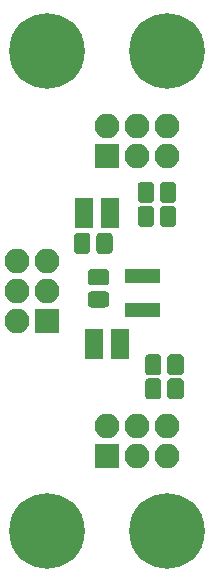
<source format=gbr>
G04 #@! TF.GenerationSoftware,KiCad,Pcbnew,(6.0.0-rc1-dev-205-gc0615c5ef)*
G04 #@! TF.CreationDate,2019-09-04T07:50:23+02:00*
G04 #@! TF.ProjectId,TPS65133_2,54505336353133335F322E6B69636164,v01*
G04 #@! TF.SameCoordinates,Original*
G04 #@! TF.FileFunction,Soldermask,Top*
G04 #@! TF.FilePolarity,Negative*
%FSLAX46Y46*%
G04 Gerber Fmt 4.6, Leading zero omitted, Abs format (unit mm)*
G04 Created by KiCad (PCBNEW (6.0.0-rc1-dev-205-gc0615c5ef)) date 09/04/19 07:50:23*
%MOMM*%
%LPD*%
G01*
G04 APERTURE LIST*
%ADD10R,1.650000X2.600000*%
%ADD11R,0.650000X1.250000*%
%ADD12C,0.100000*%
%ADD13C,1.375000*%
%ADD14C,6.400000*%
%ADD15R,2.100000X2.100000*%
%ADD16O,2.100000X2.100000*%
G04 APERTURE END LIST*
D10*
G04 #@! TO.C,L1*
X117869821Y-88268848D03*
X115669821Y-88268848D03*
G04 #@! TD*
G04 #@! TO.C,L2*
X117094000Y-77216000D03*
X114894000Y-77216000D03*
G04 #@! TD*
D11*
G04 #@! TO.C,IC1*
X118692821Y-82500848D03*
X119142821Y-82500848D03*
X119592821Y-82500848D03*
X120042821Y-82500848D03*
X120492821Y-82500848D03*
X120942821Y-82500848D03*
X120942821Y-85400848D03*
X120492821Y-85400848D03*
X120042821Y-85400848D03*
X119592821Y-85400848D03*
X119142821Y-85400848D03*
X118692821Y-85400848D03*
G04 #@! TD*
D12*
G04 #@! TO.C,C1*
G36*
X115088443Y-78857655D02*
X115121812Y-78862605D01*
X115154535Y-78870802D01*
X115186297Y-78882166D01*
X115216793Y-78896590D01*
X115245727Y-78913932D01*
X115272823Y-78934028D01*
X115297818Y-78956682D01*
X115320472Y-78981677D01*
X115340568Y-79008773D01*
X115357910Y-79037707D01*
X115372334Y-79068203D01*
X115383698Y-79099965D01*
X115391895Y-79132688D01*
X115396845Y-79166057D01*
X115398500Y-79199750D01*
X115398500Y-80312250D01*
X115396845Y-80345943D01*
X115391895Y-80379312D01*
X115383698Y-80412035D01*
X115372334Y-80443797D01*
X115357910Y-80474293D01*
X115340568Y-80503227D01*
X115320472Y-80530323D01*
X115297818Y-80555318D01*
X115272823Y-80577972D01*
X115245727Y-80598068D01*
X115216793Y-80615410D01*
X115186297Y-80629834D01*
X115154535Y-80641198D01*
X115121812Y-80649395D01*
X115088443Y-80654345D01*
X115054750Y-80656000D01*
X114367250Y-80656000D01*
X114333557Y-80654345D01*
X114300188Y-80649395D01*
X114267465Y-80641198D01*
X114235703Y-80629834D01*
X114205207Y-80615410D01*
X114176273Y-80598068D01*
X114149177Y-80577972D01*
X114124182Y-80555318D01*
X114101528Y-80530323D01*
X114081432Y-80503227D01*
X114064090Y-80474293D01*
X114049666Y-80443797D01*
X114038302Y-80412035D01*
X114030105Y-80379312D01*
X114025155Y-80345943D01*
X114023500Y-80312250D01*
X114023500Y-79199750D01*
X114025155Y-79166057D01*
X114030105Y-79132688D01*
X114038302Y-79099965D01*
X114049666Y-79068203D01*
X114064090Y-79037707D01*
X114081432Y-79008773D01*
X114101528Y-78981677D01*
X114124182Y-78956682D01*
X114149177Y-78934028D01*
X114176273Y-78913932D01*
X114205207Y-78896590D01*
X114235703Y-78882166D01*
X114267465Y-78870802D01*
X114300188Y-78862605D01*
X114333557Y-78857655D01*
X114367250Y-78856000D01*
X115054750Y-78856000D01*
X115088443Y-78857655D01*
X115088443Y-78857655D01*
G37*
D13*
X114711000Y-79756000D03*
D12*
G36*
X116963443Y-78857655D02*
X116996812Y-78862605D01*
X117029535Y-78870802D01*
X117061297Y-78882166D01*
X117091793Y-78896590D01*
X117120727Y-78913932D01*
X117147823Y-78934028D01*
X117172818Y-78956682D01*
X117195472Y-78981677D01*
X117215568Y-79008773D01*
X117232910Y-79037707D01*
X117247334Y-79068203D01*
X117258698Y-79099965D01*
X117266895Y-79132688D01*
X117271845Y-79166057D01*
X117273500Y-79199750D01*
X117273500Y-80312250D01*
X117271845Y-80345943D01*
X117266895Y-80379312D01*
X117258698Y-80412035D01*
X117247334Y-80443797D01*
X117232910Y-80474293D01*
X117215568Y-80503227D01*
X117195472Y-80530323D01*
X117172818Y-80555318D01*
X117147823Y-80577972D01*
X117120727Y-80598068D01*
X117091793Y-80615410D01*
X117061297Y-80629834D01*
X117029535Y-80641198D01*
X116996812Y-80649395D01*
X116963443Y-80654345D01*
X116929750Y-80656000D01*
X116242250Y-80656000D01*
X116208557Y-80654345D01*
X116175188Y-80649395D01*
X116142465Y-80641198D01*
X116110703Y-80629834D01*
X116080207Y-80615410D01*
X116051273Y-80598068D01*
X116024177Y-80577972D01*
X115999182Y-80555318D01*
X115976528Y-80530323D01*
X115956432Y-80503227D01*
X115939090Y-80474293D01*
X115924666Y-80443797D01*
X115913302Y-80412035D01*
X115905105Y-80379312D01*
X115900155Y-80345943D01*
X115898500Y-80312250D01*
X115898500Y-79199750D01*
X115900155Y-79166057D01*
X115905105Y-79132688D01*
X115913302Y-79099965D01*
X115924666Y-79068203D01*
X115939090Y-79037707D01*
X115956432Y-79008773D01*
X115976528Y-78981677D01*
X115999182Y-78956682D01*
X116024177Y-78934028D01*
X116051273Y-78913932D01*
X116080207Y-78896590D01*
X116110703Y-78882166D01*
X116142465Y-78870802D01*
X116175188Y-78862605D01*
X116208557Y-78857655D01*
X116242250Y-78856000D01*
X116929750Y-78856000D01*
X116963443Y-78857655D01*
X116963443Y-78857655D01*
G37*
D13*
X116586000Y-79756000D03*
G04 #@! TD*
D12*
G04 #@! TO.C,C2*
G36*
X121105943Y-91176655D02*
X121139312Y-91181605D01*
X121172035Y-91189802D01*
X121203797Y-91201166D01*
X121234293Y-91215590D01*
X121263227Y-91232932D01*
X121290323Y-91253028D01*
X121315318Y-91275682D01*
X121337972Y-91300677D01*
X121358068Y-91327773D01*
X121375410Y-91356707D01*
X121389834Y-91387203D01*
X121401198Y-91418965D01*
X121409395Y-91451688D01*
X121414345Y-91485057D01*
X121416000Y-91518750D01*
X121416000Y-92631250D01*
X121414345Y-92664943D01*
X121409395Y-92698312D01*
X121401198Y-92731035D01*
X121389834Y-92762797D01*
X121375410Y-92793293D01*
X121358068Y-92822227D01*
X121337972Y-92849323D01*
X121315318Y-92874318D01*
X121290323Y-92896972D01*
X121263227Y-92917068D01*
X121234293Y-92934410D01*
X121203797Y-92948834D01*
X121172035Y-92960198D01*
X121139312Y-92968395D01*
X121105943Y-92973345D01*
X121072250Y-92975000D01*
X120384750Y-92975000D01*
X120351057Y-92973345D01*
X120317688Y-92968395D01*
X120284965Y-92960198D01*
X120253203Y-92948834D01*
X120222707Y-92934410D01*
X120193773Y-92917068D01*
X120166677Y-92896972D01*
X120141682Y-92874318D01*
X120119028Y-92849323D01*
X120098932Y-92822227D01*
X120081590Y-92793293D01*
X120067166Y-92762797D01*
X120055802Y-92731035D01*
X120047605Y-92698312D01*
X120042655Y-92664943D01*
X120041000Y-92631250D01*
X120041000Y-91518750D01*
X120042655Y-91485057D01*
X120047605Y-91451688D01*
X120055802Y-91418965D01*
X120067166Y-91387203D01*
X120081590Y-91356707D01*
X120098932Y-91327773D01*
X120119028Y-91300677D01*
X120141682Y-91275682D01*
X120166677Y-91253028D01*
X120193773Y-91232932D01*
X120222707Y-91215590D01*
X120253203Y-91201166D01*
X120284965Y-91189802D01*
X120317688Y-91181605D01*
X120351057Y-91176655D01*
X120384750Y-91175000D01*
X121072250Y-91175000D01*
X121105943Y-91176655D01*
X121105943Y-91176655D01*
G37*
D13*
X120728500Y-92075000D03*
D12*
G36*
X122980943Y-91176655D02*
X123014312Y-91181605D01*
X123047035Y-91189802D01*
X123078797Y-91201166D01*
X123109293Y-91215590D01*
X123138227Y-91232932D01*
X123165323Y-91253028D01*
X123190318Y-91275682D01*
X123212972Y-91300677D01*
X123233068Y-91327773D01*
X123250410Y-91356707D01*
X123264834Y-91387203D01*
X123276198Y-91418965D01*
X123284395Y-91451688D01*
X123289345Y-91485057D01*
X123291000Y-91518750D01*
X123291000Y-92631250D01*
X123289345Y-92664943D01*
X123284395Y-92698312D01*
X123276198Y-92731035D01*
X123264834Y-92762797D01*
X123250410Y-92793293D01*
X123233068Y-92822227D01*
X123212972Y-92849323D01*
X123190318Y-92874318D01*
X123165323Y-92896972D01*
X123138227Y-92917068D01*
X123109293Y-92934410D01*
X123078797Y-92948834D01*
X123047035Y-92960198D01*
X123014312Y-92968395D01*
X122980943Y-92973345D01*
X122947250Y-92975000D01*
X122259750Y-92975000D01*
X122226057Y-92973345D01*
X122192688Y-92968395D01*
X122159965Y-92960198D01*
X122128203Y-92948834D01*
X122097707Y-92934410D01*
X122068773Y-92917068D01*
X122041677Y-92896972D01*
X122016682Y-92874318D01*
X121994028Y-92849323D01*
X121973932Y-92822227D01*
X121956590Y-92793293D01*
X121942166Y-92762797D01*
X121930802Y-92731035D01*
X121922605Y-92698312D01*
X121917655Y-92664943D01*
X121916000Y-92631250D01*
X121916000Y-91518750D01*
X121917655Y-91485057D01*
X121922605Y-91451688D01*
X121930802Y-91418965D01*
X121942166Y-91387203D01*
X121956590Y-91356707D01*
X121973932Y-91327773D01*
X121994028Y-91300677D01*
X122016682Y-91275682D01*
X122041677Y-91253028D01*
X122068773Y-91232932D01*
X122097707Y-91215590D01*
X122128203Y-91201166D01*
X122159965Y-91189802D01*
X122192688Y-91181605D01*
X122226057Y-91176655D01*
X122259750Y-91175000D01*
X122947250Y-91175000D01*
X122980943Y-91176655D01*
X122980943Y-91176655D01*
G37*
D13*
X122603500Y-92075000D03*
G04 #@! TD*
D12*
G04 #@! TO.C,C3*
G36*
X116667943Y-81942655D02*
X116701312Y-81947605D01*
X116734035Y-81955802D01*
X116765797Y-81967166D01*
X116796293Y-81981590D01*
X116825227Y-81998932D01*
X116852323Y-82019028D01*
X116877318Y-82041682D01*
X116899972Y-82066677D01*
X116920068Y-82093773D01*
X116937410Y-82122707D01*
X116951834Y-82153203D01*
X116963198Y-82184965D01*
X116971395Y-82217688D01*
X116976345Y-82251057D01*
X116978000Y-82284750D01*
X116978000Y-82972250D01*
X116976345Y-83005943D01*
X116971395Y-83039312D01*
X116963198Y-83072035D01*
X116951834Y-83103797D01*
X116937410Y-83134293D01*
X116920068Y-83163227D01*
X116899972Y-83190323D01*
X116877318Y-83215318D01*
X116852323Y-83237972D01*
X116825227Y-83258068D01*
X116796293Y-83275410D01*
X116765797Y-83289834D01*
X116734035Y-83301198D01*
X116701312Y-83309395D01*
X116667943Y-83314345D01*
X116634250Y-83316000D01*
X115521750Y-83316000D01*
X115488057Y-83314345D01*
X115454688Y-83309395D01*
X115421965Y-83301198D01*
X115390203Y-83289834D01*
X115359707Y-83275410D01*
X115330773Y-83258068D01*
X115303677Y-83237972D01*
X115278682Y-83215318D01*
X115256028Y-83190323D01*
X115235932Y-83163227D01*
X115218590Y-83134293D01*
X115204166Y-83103797D01*
X115192802Y-83072035D01*
X115184605Y-83039312D01*
X115179655Y-83005943D01*
X115178000Y-82972250D01*
X115178000Y-82284750D01*
X115179655Y-82251057D01*
X115184605Y-82217688D01*
X115192802Y-82184965D01*
X115204166Y-82153203D01*
X115218590Y-82122707D01*
X115235932Y-82093773D01*
X115256028Y-82066677D01*
X115278682Y-82041682D01*
X115303677Y-82019028D01*
X115330773Y-81998932D01*
X115359707Y-81981590D01*
X115390203Y-81967166D01*
X115421965Y-81955802D01*
X115454688Y-81947605D01*
X115488057Y-81942655D01*
X115521750Y-81941000D01*
X116634250Y-81941000D01*
X116667943Y-81942655D01*
X116667943Y-81942655D01*
G37*
D13*
X116078000Y-82628500D03*
D12*
G36*
X116667943Y-83817655D02*
X116701312Y-83822605D01*
X116734035Y-83830802D01*
X116765797Y-83842166D01*
X116796293Y-83856590D01*
X116825227Y-83873932D01*
X116852323Y-83894028D01*
X116877318Y-83916682D01*
X116899972Y-83941677D01*
X116920068Y-83968773D01*
X116937410Y-83997707D01*
X116951834Y-84028203D01*
X116963198Y-84059965D01*
X116971395Y-84092688D01*
X116976345Y-84126057D01*
X116978000Y-84159750D01*
X116978000Y-84847250D01*
X116976345Y-84880943D01*
X116971395Y-84914312D01*
X116963198Y-84947035D01*
X116951834Y-84978797D01*
X116937410Y-85009293D01*
X116920068Y-85038227D01*
X116899972Y-85065323D01*
X116877318Y-85090318D01*
X116852323Y-85112972D01*
X116825227Y-85133068D01*
X116796293Y-85150410D01*
X116765797Y-85164834D01*
X116734035Y-85176198D01*
X116701312Y-85184395D01*
X116667943Y-85189345D01*
X116634250Y-85191000D01*
X115521750Y-85191000D01*
X115488057Y-85189345D01*
X115454688Y-85184395D01*
X115421965Y-85176198D01*
X115390203Y-85164834D01*
X115359707Y-85150410D01*
X115330773Y-85133068D01*
X115303677Y-85112972D01*
X115278682Y-85090318D01*
X115256028Y-85065323D01*
X115235932Y-85038227D01*
X115218590Y-85009293D01*
X115204166Y-84978797D01*
X115192802Y-84947035D01*
X115184605Y-84914312D01*
X115179655Y-84880943D01*
X115178000Y-84847250D01*
X115178000Y-84159750D01*
X115179655Y-84126057D01*
X115184605Y-84092688D01*
X115192802Y-84059965D01*
X115204166Y-84028203D01*
X115218590Y-83997707D01*
X115235932Y-83968773D01*
X115256028Y-83941677D01*
X115278682Y-83916682D01*
X115303677Y-83894028D01*
X115330773Y-83873932D01*
X115359707Y-83856590D01*
X115390203Y-83842166D01*
X115421965Y-83830802D01*
X115454688Y-83822605D01*
X115488057Y-83817655D01*
X115521750Y-83816000D01*
X116634250Y-83816000D01*
X116667943Y-83817655D01*
X116667943Y-83817655D01*
G37*
D13*
X116078000Y-84503500D03*
G04 #@! TD*
D12*
G04 #@! TO.C,C4*
G36*
X122345943Y-74539655D02*
X122379312Y-74544605D01*
X122412035Y-74552802D01*
X122443797Y-74564166D01*
X122474293Y-74578590D01*
X122503227Y-74595932D01*
X122530323Y-74616028D01*
X122555318Y-74638682D01*
X122577972Y-74663677D01*
X122598068Y-74690773D01*
X122615410Y-74719707D01*
X122629834Y-74750203D01*
X122641198Y-74781965D01*
X122649395Y-74814688D01*
X122654345Y-74848057D01*
X122656000Y-74881750D01*
X122656000Y-75994250D01*
X122654345Y-76027943D01*
X122649395Y-76061312D01*
X122641198Y-76094035D01*
X122629834Y-76125797D01*
X122615410Y-76156293D01*
X122598068Y-76185227D01*
X122577972Y-76212323D01*
X122555318Y-76237318D01*
X122530323Y-76259972D01*
X122503227Y-76280068D01*
X122474293Y-76297410D01*
X122443797Y-76311834D01*
X122412035Y-76323198D01*
X122379312Y-76331395D01*
X122345943Y-76336345D01*
X122312250Y-76338000D01*
X121624750Y-76338000D01*
X121591057Y-76336345D01*
X121557688Y-76331395D01*
X121524965Y-76323198D01*
X121493203Y-76311834D01*
X121462707Y-76297410D01*
X121433773Y-76280068D01*
X121406677Y-76259972D01*
X121381682Y-76237318D01*
X121359028Y-76212323D01*
X121338932Y-76185227D01*
X121321590Y-76156293D01*
X121307166Y-76125797D01*
X121295802Y-76094035D01*
X121287605Y-76061312D01*
X121282655Y-76027943D01*
X121281000Y-75994250D01*
X121281000Y-74881750D01*
X121282655Y-74848057D01*
X121287605Y-74814688D01*
X121295802Y-74781965D01*
X121307166Y-74750203D01*
X121321590Y-74719707D01*
X121338932Y-74690773D01*
X121359028Y-74663677D01*
X121381682Y-74638682D01*
X121406677Y-74616028D01*
X121433773Y-74595932D01*
X121462707Y-74578590D01*
X121493203Y-74564166D01*
X121524965Y-74552802D01*
X121557688Y-74544605D01*
X121591057Y-74539655D01*
X121624750Y-74538000D01*
X122312250Y-74538000D01*
X122345943Y-74539655D01*
X122345943Y-74539655D01*
G37*
D13*
X121968500Y-75438000D03*
D12*
G36*
X120470943Y-74539655D02*
X120504312Y-74544605D01*
X120537035Y-74552802D01*
X120568797Y-74564166D01*
X120599293Y-74578590D01*
X120628227Y-74595932D01*
X120655323Y-74616028D01*
X120680318Y-74638682D01*
X120702972Y-74663677D01*
X120723068Y-74690773D01*
X120740410Y-74719707D01*
X120754834Y-74750203D01*
X120766198Y-74781965D01*
X120774395Y-74814688D01*
X120779345Y-74848057D01*
X120781000Y-74881750D01*
X120781000Y-75994250D01*
X120779345Y-76027943D01*
X120774395Y-76061312D01*
X120766198Y-76094035D01*
X120754834Y-76125797D01*
X120740410Y-76156293D01*
X120723068Y-76185227D01*
X120702972Y-76212323D01*
X120680318Y-76237318D01*
X120655323Y-76259972D01*
X120628227Y-76280068D01*
X120599293Y-76297410D01*
X120568797Y-76311834D01*
X120537035Y-76323198D01*
X120504312Y-76331395D01*
X120470943Y-76336345D01*
X120437250Y-76338000D01*
X119749750Y-76338000D01*
X119716057Y-76336345D01*
X119682688Y-76331395D01*
X119649965Y-76323198D01*
X119618203Y-76311834D01*
X119587707Y-76297410D01*
X119558773Y-76280068D01*
X119531677Y-76259972D01*
X119506682Y-76237318D01*
X119484028Y-76212323D01*
X119463932Y-76185227D01*
X119446590Y-76156293D01*
X119432166Y-76125797D01*
X119420802Y-76094035D01*
X119412605Y-76061312D01*
X119407655Y-76027943D01*
X119406000Y-75994250D01*
X119406000Y-74881750D01*
X119407655Y-74848057D01*
X119412605Y-74814688D01*
X119420802Y-74781965D01*
X119432166Y-74750203D01*
X119446590Y-74719707D01*
X119463932Y-74690773D01*
X119484028Y-74663677D01*
X119506682Y-74638682D01*
X119531677Y-74616028D01*
X119558773Y-74595932D01*
X119587707Y-74578590D01*
X119618203Y-74564166D01*
X119649965Y-74552802D01*
X119682688Y-74544605D01*
X119716057Y-74539655D01*
X119749750Y-74538000D01*
X120437250Y-74538000D01*
X120470943Y-74539655D01*
X120470943Y-74539655D01*
G37*
D13*
X120093500Y-75438000D03*
G04 #@! TD*
D14*
G04 #@! TO.C,MH1*
X111760000Y-63500000D03*
G04 #@! TD*
G04 #@! TO.C,MH2*
X111760000Y-104140000D03*
G04 #@! TD*
G04 #@! TO.C,MH3*
X121920000Y-63500000D03*
G04 #@! TD*
G04 #@! TO.C,MH4*
X121920000Y-104140000D03*
G04 #@! TD*
D12*
G04 #@! TO.C,C5*
G36*
X122980943Y-89144655D02*
X123014312Y-89149605D01*
X123047035Y-89157802D01*
X123078797Y-89169166D01*
X123109293Y-89183590D01*
X123138227Y-89200932D01*
X123165323Y-89221028D01*
X123190318Y-89243682D01*
X123212972Y-89268677D01*
X123233068Y-89295773D01*
X123250410Y-89324707D01*
X123264834Y-89355203D01*
X123276198Y-89386965D01*
X123284395Y-89419688D01*
X123289345Y-89453057D01*
X123291000Y-89486750D01*
X123291000Y-90599250D01*
X123289345Y-90632943D01*
X123284395Y-90666312D01*
X123276198Y-90699035D01*
X123264834Y-90730797D01*
X123250410Y-90761293D01*
X123233068Y-90790227D01*
X123212972Y-90817323D01*
X123190318Y-90842318D01*
X123165323Y-90864972D01*
X123138227Y-90885068D01*
X123109293Y-90902410D01*
X123078797Y-90916834D01*
X123047035Y-90928198D01*
X123014312Y-90936395D01*
X122980943Y-90941345D01*
X122947250Y-90943000D01*
X122259750Y-90943000D01*
X122226057Y-90941345D01*
X122192688Y-90936395D01*
X122159965Y-90928198D01*
X122128203Y-90916834D01*
X122097707Y-90902410D01*
X122068773Y-90885068D01*
X122041677Y-90864972D01*
X122016682Y-90842318D01*
X121994028Y-90817323D01*
X121973932Y-90790227D01*
X121956590Y-90761293D01*
X121942166Y-90730797D01*
X121930802Y-90699035D01*
X121922605Y-90666312D01*
X121917655Y-90632943D01*
X121916000Y-90599250D01*
X121916000Y-89486750D01*
X121917655Y-89453057D01*
X121922605Y-89419688D01*
X121930802Y-89386965D01*
X121942166Y-89355203D01*
X121956590Y-89324707D01*
X121973932Y-89295773D01*
X121994028Y-89268677D01*
X122016682Y-89243682D01*
X122041677Y-89221028D01*
X122068773Y-89200932D01*
X122097707Y-89183590D01*
X122128203Y-89169166D01*
X122159965Y-89157802D01*
X122192688Y-89149605D01*
X122226057Y-89144655D01*
X122259750Y-89143000D01*
X122947250Y-89143000D01*
X122980943Y-89144655D01*
X122980943Y-89144655D01*
G37*
D13*
X122603500Y-90043000D03*
D12*
G36*
X121105943Y-89144655D02*
X121139312Y-89149605D01*
X121172035Y-89157802D01*
X121203797Y-89169166D01*
X121234293Y-89183590D01*
X121263227Y-89200932D01*
X121290323Y-89221028D01*
X121315318Y-89243682D01*
X121337972Y-89268677D01*
X121358068Y-89295773D01*
X121375410Y-89324707D01*
X121389834Y-89355203D01*
X121401198Y-89386965D01*
X121409395Y-89419688D01*
X121414345Y-89453057D01*
X121416000Y-89486750D01*
X121416000Y-90599250D01*
X121414345Y-90632943D01*
X121409395Y-90666312D01*
X121401198Y-90699035D01*
X121389834Y-90730797D01*
X121375410Y-90761293D01*
X121358068Y-90790227D01*
X121337972Y-90817323D01*
X121315318Y-90842318D01*
X121290323Y-90864972D01*
X121263227Y-90885068D01*
X121234293Y-90902410D01*
X121203797Y-90916834D01*
X121172035Y-90928198D01*
X121139312Y-90936395D01*
X121105943Y-90941345D01*
X121072250Y-90943000D01*
X120384750Y-90943000D01*
X120351057Y-90941345D01*
X120317688Y-90936395D01*
X120284965Y-90928198D01*
X120253203Y-90916834D01*
X120222707Y-90902410D01*
X120193773Y-90885068D01*
X120166677Y-90864972D01*
X120141682Y-90842318D01*
X120119028Y-90817323D01*
X120098932Y-90790227D01*
X120081590Y-90761293D01*
X120067166Y-90730797D01*
X120055802Y-90699035D01*
X120047605Y-90666312D01*
X120042655Y-90632943D01*
X120041000Y-90599250D01*
X120041000Y-89486750D01*
X120042655Y-89453057D01*
X120047605Y-89419688D01*
X120055802Y-89386965D01*
X120067166Y-89355203D01*
X120081590Y-89324707D01*
X120098932Y-89295773D01*
X120119028Y-89268677D01*
X120141682Y-89243682D01*
X120166677Y-89221028D01*
X120193773Y-89200932D01*
X120222707Y-89183590D01*
X120253203Y-89169166D01*
X120284965Y-89157802D01*
X120317688Y-89149605D01*
X120351057Y-89144655D01*
X120384750Y-89143000D01*
X121072250Y-89143000D01*
X121105943Y-89144655D01*
X121105943Y-89144655D01*
G37*
D13*
X120728500Y-90043000D03*
G04 #@! TD*
D12*
G04 #@! TO.C,C6*
G36*
X120470943Y-76571655D02*
X120504312Y-76576605D01*
X120537035Y-76584802D01*
X120568797Y-76596166D01*
X120599293Y-76610590D01*
X120628227Y-76627932D01*
X120655323Y-76648028D01*
X120680318Y-76670682D01*
X120702972Y-76695677D01*
X120723068Y-76722773D01*
X120740410Y-76751707D01*
X120754834Y-76782203D01*
X120766198Y-76813965D01*
X120774395Y-76846688D01*
X120779345Y-76880057D01*
X120781000Y-76913750D01*
X120781000Y-78026250D01*
X120779345Y-78059943D01*
X120774395Y-78093312D01*
X120766198Y-78126035D01*
X120754834Y-78157797D01*
X120740410Y-78188293D01*
X120723068Y-78217227D01*
X120702972Y-78244323D01*
X120680318Y-78269318D01*
X120655323Y-78291972D01*
X120628227Y-78312068D01*
X120599293Y-78329410D01*
X120568797Y-78343834D01*
X120537035Y-78355198D01*
X120504312Y-78363395D01*
X120470943Y-78368345D01*
X120437250Y-78370000D01*
X119749750Y-78370000D01*
X119716057Y-78368345D01*
X119682688Y-78363395D01*
X119649965Y-78355198D01*
X119618203Y-78343834D01*
X119587707Y-78329410D01*
X119558773Y-78312068D01*
X119531677Y-78291972D01*
X119506682Y-78269318D01*
X119484028Y-78244323D01*
X119463932Y-78217227D01*
X119446590Y-78188293D01*
X119432166Y-78157797D01*
X119420802Y-78126035D01*
X119412605Y-78093312D01*
X119407655Y-78059943D01*
X119406000Y-78026250D01*
X119406000Y-76913750D01*
X119407655Y-76880057D01*
X119412605Y-76846688D01*
X119420802Y-76813965D01*
X119432166Y-76782203D01*
X119446590Y-76751707D01*
X119463932Y-76722773D01*
X119484028Y-76695677D01*
X119506682Y-76670682D01*
X119531677Y-76648028D01*
X119558773Y-76627932D01*
X119587707Y-76610590D01*
X119618203Y-76596166D01*
X119649965Y-76584802D01*
X119682688Y-76576605D01*
X119716057Y-76571655D01*
X119749750Y-76570000D01*
X120437250Y-76570000D01*
X120470943Y-76571655D01*
X120470943Y-76571655D01*
G37*
D13*
X120093500Y-77470000D03*
D12*
G36*
X122345943Y-76571655D02*
X122379312Y-76576605D01*
X122412035Y-76584802D01*
X122443797Y-76596166D01*
X122474293Y-76610590D01*
X122503227Y-76627932D01*
X122530323Y-76648028D01*
X122555318Y-76670682D01*
X122577972Y-76695677D01*
X122598068Y-76722773D01*
X122615410Y-76751707D01*
X122629834Y-76782203D01*
X122641198Y-76813965D01*
X122649395Y-76846688D01*
X122654345Y-76880057D01*
X122656000Y-76913750D01*
X122656000Y-78026250D01*
X122654345Y-78059943D01*
X122649395Y-78093312D01*
X122641198Y-78126035D01*
X122629834Y-78157797D01*
X122615410Y-78188293D01*
X122598068Y-78217227D01*
X122577972Y-78244323D01*
X122555318Y-78269318D01*
X122530323Y-78291972D01*
X122503227Y-78312068D01*
X122474293Y-78329410D01*
X122443797Y-78343834D01*
X122412035Y-78355198D01*
X122379312Y-78363395D01*
X122345943Y-78368345D01*
X122312250Y-78370000D01*
X121624750Y-78370000D01*
X121591057Y-78368345D01*
X121557688Y-78363395D01*
X121524965Y-78355198D01*
X121493203Y-78343834D01*
X121462707Y-78329410D01*
X121433773Y-78312068D01*
X121406677Y-78291972D01*
X121381682Y-78269318D01*
X121359028Y-78244323D01*
X121338932Y-78217227D01*
X121321590Y-78188293D01*
X121307166Y-78157797D01*
X121295802Y-78126035D01*
X121287605Y-78093312D01*
X121282655Y-78059943D01*
X121281000Y-78026250D01*
X121281000Y-76913750D01*
X121282655Y-76880057D01*
X121287605Y-76846688D01*
X121295802Y-76813965D01*
X121307166Y-76782203D01*
X121321590Y-76751707D01*
X121338932Y-76722773D01*
X121359028Y-76695677D01*
X121381682Y-76670682D01*
X121406677Y-76648028D01*
X121433773Y-76627932D01*
X121462707Y-76610590D01*
X121493203Y-76596166D01*
X121524965Y-76584802D01*
X121557688Y-76576605D01*
X121591057Y-76571655D01*
X121624750Y-76570000D01*
X122312250Y-76570000D01*
X122345943Y-76571655D01*
X122345943Y-76571655D01*
G37*
D13*
X121968500Y-77470000D03*
G04 #@! TD*
D15*
G04 #@! TO.C,J1*
X111760000Y-86360000D03*
D16*
X109220000Y-86360000D03*
X111760000Y-83820000D03*
X109220000Y-83820000D03*
X111760000Y-81280000D03*
X109220000Y-81280000D03*
G04 #@! TD*
G04 #@! TO.C,J2*
X121920000Y-95250000D03*
X121920000Y-97790000D03*
X119380000Y-95250000D03*
X119380000Y-97790000D03*
X116840000Y-95250000D03*
D15*
X116840000Y-97790000D03*
G04 #@! TD*
G04 #@! TO.C,J3*
X116840000Y-72390000D03*
D16*
X116840000Y-69850000D03*
X119380000Y-72390000D03*
X119380000Y-69850000D03*
X121920000Y-72390000D03*
X121920000Y-69850000D03*
G04 #@! TD*
M02*

</source>
